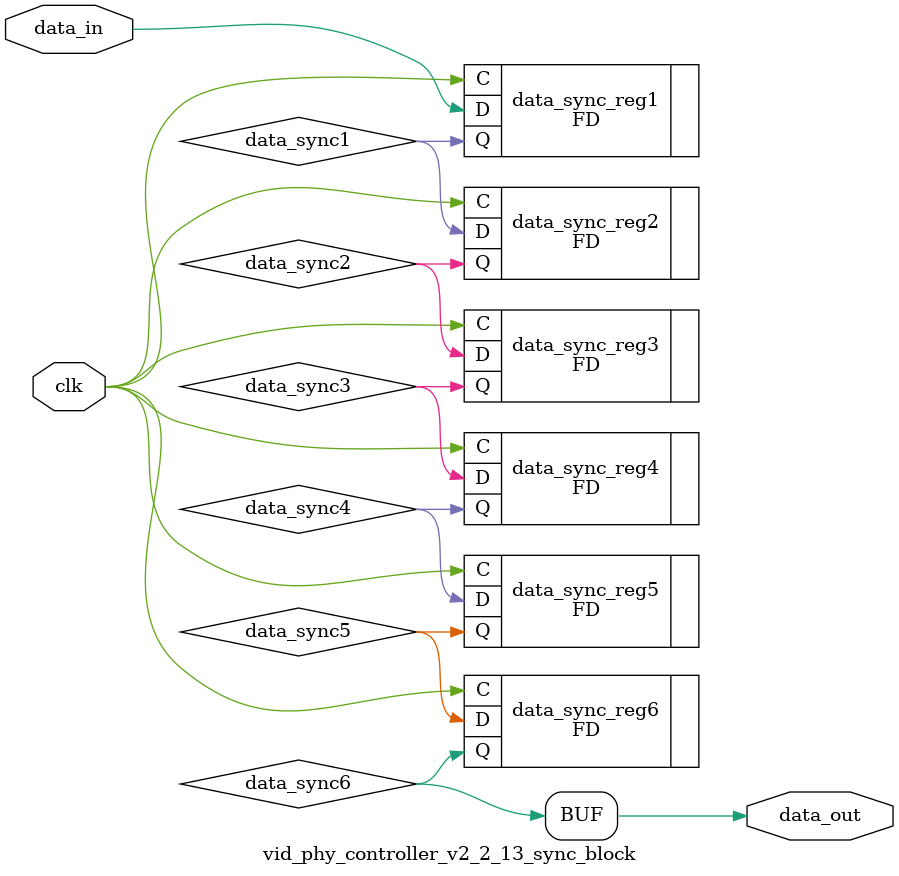
<source format=v>




`timescale 1ps / 1ps

//(* dont_touch = "yes" *)
module vid_phy_controller_v2_2_13_sync_block
  #(
  parameter INITIALISE = 6'b000000
)
(
  input        clk,              // clock to be sync'ed to
  input        data_in,          // Data to be 'synced'
  output       data_out          // synced data
);

  // Internal Signals
  wire data_sync1;
  wire data_sync2;
  wire data_sync3;
  wire data_sync4;
  wire data_sync5;
  wire data_sync6;


  (* shreg_extract = "no", ASYNC_REG = "TRUE" *)
  FD #(
    .INIT (INITIALISE[0])
  ) data_sync_reg1 (
    .C  (clk),
    .D  (data_in),
    .Q  (data_sync1)
  );


  (* shreg_extract = "no", ASYNC_REG = "TRUE" *)
  FD #(
   .INIT (INITIALISE[1])
  ) data_sync_reg2 (
  .C  (clk),
  .D  (data_sync1),
  .Q  (data_sync2)
  );


  (* shreg_extract = "no", ASYNC_REG = "TRUE" *)
  FD #(
   .INIT (INITIALISE[2])
  ) data_sync_reg3 (
  .C  (clk),
  .D  (data_sync2),
  .Q  (data_sync3)
  );

  (* shreg_extract = "no", ASYNC_REG = "TRUE" *)
  FD #(
   .INIT (INITIALISE[3])
  ) data_sync_reg4 (
  .C  (clk),
  .D  (data_sync3),
  .Q  (data_sync4)
  );

  (* shreg_extract = "no", ASYNC_REG = "TRUE" *)
  FD #(
   .INIT (INITIALISE[4])
  ) data_sync_reg5 (
  .C  (clk),
  .D  (data_sync4),
  .Q  (data_sync5)
  );

  (* shreg_extract = "no", ASYNC_REG = "TRUE" *)
  FD #(
   .INIT (INITIALISE[5])
  ) data_sync_reg6 (
  .C  (clk),
  .D  (data_sync5),
  .Q  (data_sync6)
  );
  assign data_out = data_sync6;



endmodule

</source>
